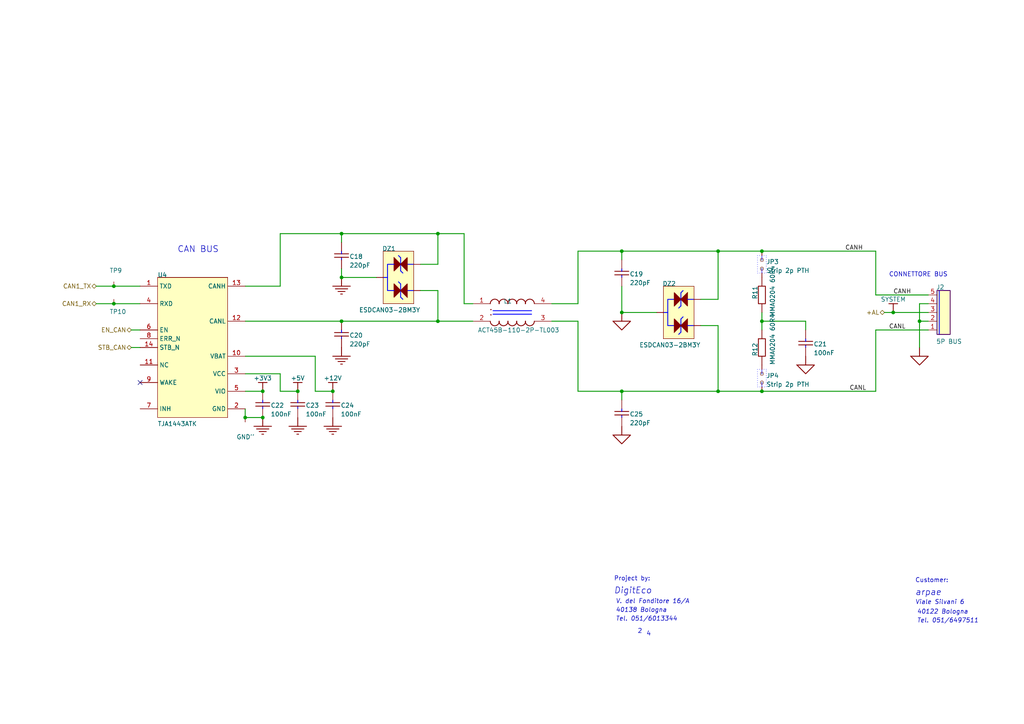
<source format=kicad_sch>
(kicad_sch (version 20230121) (generator eeschema)
  (paper "A4")
  (title_block (title "Stima V4 Power") (rev "1.1"))
  (lib_symbols
    (symbol "Stima V4 Power R1_1-altium-import:+12V" (power)
      (property "Reference" "#PWR" (at 0 0 0))
      (property "Value" "+12V" (at 0 3.81 0))
      (symbol "+12V_0_0"
        (polyline (pts (xy -1.27 -2.54) (xy 1.27 -2.54)) (stroke (width 0.254)))
        (polyline (pts (xy 0 0) (xy 0 -2.54)) (stroke (width 0.254)))
        (pin power_in line (at 0 0 0) (length 0) hide (name "+12V") (number ""))
      )
    )
    (symbol "Stima V4 Power R1_1-altium-import:+3V3" (power)
      (property "Reference" "#PWR" (at 0 0 0))
      (property "Value" "+3V3" (at 0 3.81 0))
      (symbol "+3V3_0_0"
        (polyline (pts (xy -1.27 -2.54) (xy 1.27 -2.54)) (stroke (width 0.254)))
        (polyline (pts (xy 0 0) (xy 0 -2.54)) (stroke (width 0.254)))
        (pin power_in line (at 0 0 0) (length 0) hide (name "+3V3") (number ""))
      )
    )
    (symbol "Stima V4 Power R1_1-altium-import:+5V" (power)
      (property "Reference" "#PWR" (at 0 0 0))
      (property "Value" "+5V" (at 0 3.81 0))
      (symbol "+5V_0_0"
        (polyline (pts (xy -1.27 -2.54) (xy 1.27 -2.54)) (stroke (width 0.254)))
        (polyline (pts (xy 0 0) (xy 0 -2.54)) (stroke (width 0.254)))
        (pin power_in line (at 0 0 0) (length 0) hide (name "+5V") (number ""))
      )
    )
    (symbol "Stima V4 Power R1_1-altium-import:EGND" (power)
      (property "Reference" "#PWR" (at 0 0 0))
      (property "Value" "EGND" (at 0 6.35 0))
      (symbol "EGND_0_0"
        (polyline (pts (xy 0 0) (xy 0 -2.54)) (stroke (width 0.254)))
        (polyline (pts (xy -2.54 -2.54) (xy 2.54 -2.54) (xy 0 -5.08) (xy -2.54 -2.54)) (stroke (width 0.254)))
        (pin power_in line (at 0 0 0) (length 0) hide (name "EGND") (number ""))
      )
    )
    (symbol "Stima V4 Power R1_1-altium-import:GND" (power)
      (property "Reference" "#PWR" (at 0 0 0))
      (property "Value" "GND" (at 0 6.35 0))
      (symbol "GND_0_0"
        (polyline (pts (xy -2.54 -2.54) (xy 2.54 -2.54)) (stroke (width 0.254)))
        (polyline (pts (xy -1.778 -3.302) (xy 1.778 -3.302)) (stroke (width 0.254)))
        (polyline (pts (xy -1.016 -4.064) (xy 1.016 -4.064)) (stroke (width 0.254)))
        (polyline (pts (xy -0.254 -4.826) (xy 0.254 -4.826)) (stroke (width 0.254)))
        (polyline (pts (xy 0 0) (xy 0 -2.54)) (stroke (width 0.254)))
        (pin power_in line (at 0 0 0) (length 0) hide (name "GND") (number ""))
      )
    )
    (symbol "Stima V4 Power R1_1-altium-import:SYSTEM" (power)
      (property "Reference" "#PWR" (at 0 0 0))
      (property "Value" "SYSTEM" (at 0 3.81 0))
      (symbol "SYSTEM_0_0"
        (polyline (pts (xy -1.27 -2.54) (xy 1.27 -2.54)) (stroke (width 0.254)))
        (polyline (pts (xy 0 0) (xy 0 -2.54)) (stroke (width 0.254)))
        (pin power_in line (at 0 0 0) (length 0) hide (name "SYSTEM") (number ""))
      )
    )
    (symbol "Stima V4 Power R1_1-altium-import:root_0_ACT45B TDK"
      (symbol "root_0_ACT45B TDK_1_0"
        (polyline (pts (xy 5.842 -3.048) (xy 17.018 -3.048)) (stroke (width 0.254) (color 0 0 255 1)))
        (polyline (pts (xy 5.842 -2.032) (xy 17.018 -2.032)) (stroke (width 0.254) (color 0 0 255 1)))
        (arc (start 5.0421 -5.0955) (mid 6.3606 -6.3879) (end 7.658 -5.0743) (stroke (width 0.254)))
        (arc (start 7.5821 -5.0955) (mid 8.9006 -6.3879) (end 10.198 -5.0743) (stroke (width 0.254)))
        (arc (start 7.6579 0.0155) (mid 6.3394 1.3079) (end 5.042 -0.0057) (stroke (width 0.254)))
        (arc (start 10.1221 -5.0955) (mid 11.4406 -6.3879) (end 12.738 -5.0743) (stroke (width 0.254)))
        (arc (start 10.1979 0.0155) (mid 8.8794 1.3079) (end 7.582 -0.0057) (stroke (width 0.254)))
        (arc (start 12.6621 -5.0955) (mid 13.9806 -6.3879) (end 15.278 -5.0743) (stroke (width 0.254)))
        (arc (start 12.7379 0.0155) (mid 11.4194 1.3079) (end 10.122 -0.0057) (stroke (width 0.254)))
        (arc (start 15.2021 -5.0955) (mid 16.5206 -6.3879) (end 17.818 -5.0743) (stroke (width 0.254)))
        (arc (start 15.2779 0.0155) (mid 13.9594 1.3079) (end 12.662 -0.0057) (stroke (width 0.254)))
        (arc (start 17.8179 0.0155) (mid 16.4994 1.3079) (end 15.202 -0.0057) (stroke (width 0.254)))
        (text "." (at 5.588 -3.81 900) (effects (font (size 2.032 2.032)) (justify left bottom)))
        (text "." (at 5.588 -2.286 900) (effects (font (size 2.032 2.032)) (justify left bottom)))
        (pin passive line (at 0 0 0) (length 5.08) (name "1") (number "1"))
        (pin passive line (at 0 -5.08 0) (length 5.08) (name "2") (number "2"))
        (pin passive line (at 22.86 -5.08 180) (length 5.08) (name "3") (number "3"))
        (pin passive line (at 22.86 0 180) (length 5.08) (name "4") (number "4"))
      )
    )
    (symbol "Stima V4 Power R1_1-altium-import:root_0_C0603"
      (symbol "root_0_C0603_1_0"
        (polyline (pts (xy -2.032 -0.762) (xy 2.032 -0.762)) (stroke (width 0.254)))
        (polyline (pts (xy 0 -2.54) (xy 0 -1.778)) (stroke (width 0.254) (color 0 0 255 1)))
        (polyline (pts (xy 0 0) (xy 0 -0.762)) (stroke (width 0.254) (color 0 0 255 1)))
        (polyline (pts (xy 2.032 -1.778) (xy -2.032 -1.778)) (stroke (width 0.254)))
        (pin passive line (at 0 2.54 270) (length 2.54) (name "1") (number "1"))
        (pin passive line (at 0 -5.08 90) (length 2.54) (name "2") (number "2"))
      )
    )
    (symbol "Stima V4 Power R1_1-altium-import:root_0_JUMP1"
      (symbol "root_0_JUMP1_1_0"
        (polyline (pts (xy 1.27 -3.81) (xy 1.27 -5.08)) (stroke (width 0) (color 0 0 255 1)))
        (polyline (pts (xy 1.27 -1.27) (xy 1.27 0)) (stroke (width 0) (color 0 0 255 1)))
        (polyline (pts (xy 2.54 0) (xy 0 0) (xy 0 -5.08) (xy 2.54 -5.08) (xy 2.54 0)) (stroke (width 0) (type dot) (color 0 0 255 1)))
        (circle (center 1.27 -3.81) (radius 0.508) (stroke (width 0.0001)) (fill (type color) (color 192 192 192 1)))
        (circle (center 1.27 -1.27) (radius 0.508) (stroke (width 0.0001)) (fill (type color) (color 192 192 192 1)))
        (pin passive line (at 1.27 1.27 270) (length 1.27) (name "") (number "1"))
        (pin passive line (at 1.27 -6.35 90) (length 1.27) (name "") (number "2"))
      )
    )
    (symbol "Stima V4 Power R1_1-altium-import:root_0_TJA1443A"
      (symbol "root_0_TJA1443A_1_0"
        (rectangle (start 20.32 0) (end 0 -40.64) (fill (type background)))
        (rectangle (start 20.32 0) (end 0 0) (fill (type background)))
        (pin passive line (at -5.08 -2.54 0) (length 5.08) (name "TXD") (number "1"))
        (pin power_in line (at 25.4 -22.86 180) (length 5.08) (name "VBAT") (number "10"))
        (pin passive line (at -5.08 -25.4 0) (length 5.08) (name "NC") (number "11"))
        (pin passive line (at 25.4 -12.7 180) (length 5.08) (name "CANL") (number "12"))
        (pin passive line (at 25.4 -2.54 180) (length 5.08) (name "CANH") (number "13"))
        (pin input line (at -5.08 -20.32 0) (length 5.08) (name "STB_N") (number "14"))
        (pin power_in line (at 25.4 -38.1 180) (length 5.08) (name "GND") (number "2"))
        (pin power_in line (at 25.4 -27.94 180) (length 5.08) (name "VCC") (number "3"))
        (pin passive line (at -5.08 -7.62 0) (length 5.08) (name "RXD") (number "4"))
        (pin power_in line (at 25.4 -33.02 180) (length 5.08) (name "VIO") (number "5"))
        (pin input line (at -5.08 -15.24 0) (length 5.08) (name "EN") (number "6"))
        (pin passive line (at -5.08 -38.1 0) (length 5.08) (name "INH") (number "7"))
        (pin output line (at -5.08 -17.78 0) (length 5.08) (name "ERR_N") (number "8"))
        (pin passive line (at -5.08 -30.48 0) (length 5.08) (name "WAKE") (number "9"))
      )
    )
    (symbol "Stima V4 Power R1_1-altium-import:root_1_Res Melf"
      (symbol "root_1_Res Melf_1_0"
        (rectangle (start 3.556 5.08) (end 1.524 0) (stroke (width 0.254)))
        (pin passive line (at 2.54 -2.54 90) (length 2.54) (name "1") (number "1"))
        (pin passive line (at 2.54 7.62 270) (length 2.54) (name "2") (number "2"))
      )
    )
    (symbol "Stima V4 Power R1_1-altium-import:root_1_TestPoint"
      (symbol "root_1_TestPoint_1_0"
        (pin passive line (at 1.27 -1.27 90) (length 1.27) (name "") (number "1"))
      )
    )
    (symbol "Stima V4 Power R1_1-altium-import:root_1_mirrored_Transil bidirez doppio ESDCAN"
      (symbol "root_1_mirrored_Transil bidirez doppio ESDCAN_1_0"
        (polyline (pts (xy -5.715 3.81) (xy -4.445 3.81)) (stroke (width 0.254) (color 0 0 255 1)))
        (polyline (pts (xy -0.635 -1.905) (xy 0 -2.54)) (stroke (width 0.254) (color 0 0 255 1)))
        (polyline (pts (xy -0.635 1.905) (xy -1.27 2.54)) (stroke (width 0.254) (color 0 0 255 1)))
        (polyline (pts (xy -0.635 1.905) (xy -0.635 -1.905)) (stroke (width 0.254) (color 0 0 255 1)))
        (polyline (pts (xy -0.635 5.715) (xy 0 5.08)) (stroke (width 0.254) (color 0 0 255 1)))
        (polyline (pts (xy -0.635 9.525) (xy -1.27 10.16)) (stroke (width 0.254) (color 0 0 255 1)))
        (polyline (pts (xy -0.635 9.525) (xy -0.635 5.715)) (stroke (width 0.254) (color 0 0 255 1)))
        (polyline (pts (xy 1.27 0) (xy 3.175 0)) (stroke (width 0.254) (color 0 0 255 1)))
        (polyline (pts (xy 1.27 7.62) (xy 3.175 7.62)) (stroke (width 0.254) (color 0 0 255 1)))
        (polyline (pts (xy -2.54 0) (xy -4.445 0) (xy -4.445 7.62) (xy -2.54 7.62)) (stroke (width 0.254) (color 0 0 255 1)))
        (polyline (pts (xy -2.54 1.905) (xy -0.635 0) (xy -2.54 -1.905) (xy -2.54 1.905)) (stroke (width 0.254)) (fill (type outline)))
        (polyline (pts (xy -2.54 9.525) (xy -0.635 7.62) (xy -2.54 5.715) (xy -2.54 9.525)) (stroke (width 0.254)) (fill (type outline)))
        (polyline (pts (xy 1.27 -1.905) (xy -0.635 0) (xy 1.27 1.905) (xy 1.27 -1.905)) (stroke (width 0.254)) (fill (type outline)))
        (polyline (pts (xy 1.27 5.715) (xy -0.635 7.62) (xy 1.27 9.525) (xy 1.27 5.715)) (stroke (width 0.254)) (fill (type outline)))
        (rectangle (start 3.175 11.43) (end -5.715 -3.81) (fill (type background)))
        (pin passive line (at 5.08 0 180) (length 1.905) (name "A/K") (number "1"))
        (pin passive line (at 5.08 7.62 180) (length 1.905) (name "A/K") (number "2"))
        (pin passive line (at -7.62 3.81 0) (length 1.905) (name "A/K") (number "3"))
      )
    )
    (symbol "Stima V4 Power R1_1-altium-import:root_2_C0603"
      (symbol "root_2_C0603_1_0"
        (polyline (pts (xy -2.032 1.778) (xy 2.032 1.778)) (stroke (width 0.254)))
        (polyline (pts (xy 0 0) (xy 0 0.762)) (stroke (width 0.254) (color 0 0 255 1)))
        (polyline (pts (xy 0 2.54) (xy 0 1.778)) (stroke (width 0.254) (color 0 0 255 1)))
        (polyline (pts (xy 2.032 0.762) (xy -2.032 0.762)) (stroke (width 0.254)))
        (pin passive line (at 0 -2.54 90) (length 2.54) (name "1") (number "1"))
        (pin passive line (at 0 5.08 270) (length 2.54) (name "2") (number "2"))
      )
    )
    (symbol "Stima V4 Power R1_1-altium-import:root_2_mirrored_Mors 5p px"
      (symbol "root_2_mirrored_Mors 5p px_1_0"
        (polyline (pts (xy 0.635 0) (xy 0.635 12.7)) (stroke (width 0.254) (color 0 0 255 1)))
        (polyline (pts (xy 0 12.7) (xy 0 0) (xy 3.81 0) (xy 3.81 12.7) (xy 0 12.7)) (stroke (width 0.254) (color 0 0 255 1)))
        (rectangle (start 3.81 12.7) (end 0 0) (fill (type background)))
        (pin passive line (at -2.54 1.27 0) (length 2.54) (name "1") (number "1"))
        (pin passive line (at -2.54 3.81 0) (length 2.54) (name "2") (number "2"))
        (pin passive line (at -2.54 6.35 0) (length 2.54) (name "3") (number "3"))
        (pin passive line (at -2.54 8.89 0) (length 2.54) (name "4") (number "4"))
        (pin passive line (at -2.54 11.43 0) (length 2.54) (name "5") (number "5"))
      )
    )
    (symbol "Stima V4 Power R1_1-altium-import:root_3_TestPoint"
      (symbol "root_3_TestPoint_1_0"
        (pin passive line (at -1.27 1.27 270) (length 1.27) (name "") (number "1"))
      )
    )
    (symbol "Stima V4 Power R1_1-altium-import:root_3_Transil bidirez doppio ESDCAN"
      (symbol "root_3_Transil bidirez doppio ESDCAN_1_0"
        (polyline (pts (xy -5.715 -3.81) (xy -4.445 -3.81)) (stroke (width 0.254) (color 0 0 255 1)))
        (polyline (pts (xy -0.635 -9.525) (xy -1.27 -10.16)) (stroke (width 0.254) (color 0 0 255 1)))
        (polyline (pts (xy -0.635 -9.525) (xy -0.635 -5.715)) (stroke (width 0.254) (color 0 0 255 1)))
        (polyline (pts (xy -0.635 -5.715) (xy 0 -5.08)) (stroke (width 0.254) (color 0 0 255 1)))
        (polyline (pts (xy -0.635 -1.905) (xy -1.27 -2.54)) (stroke (width 0.254) (color 0 0 255 1)))
        (polyline (pts (xy -0.635 -1.905) (xy -0.635 1.905)) (stroke (width 0.254) (color 0 0 255 1)))
        (polyline (pts (xy -0.635 1.905) (xy 0 2.54)) (stroke (width 0.254) (color 0 0 255 1)))
        (polyline (pts (xy 1.27 -7.62) (xy 3.175 -7.62)) (stroke (width 0.254) (color 0 0 255 1)))
        (polyline (pts (xy 1.27 0) (xy 3.175 0)) (stroke (width 0.254) (color 0 0 255 1)))
        (polyline (pts (xy -2.54 -9.525) (xy -0.635 -7.62) (xy -2.54 -5.715) (xy -2.54 -9.525)) (stroke (width 0.254)) (fill (type outline)))
        (polyline (pts (xy -2.54 -1.905) (xy -0.635 0) (xy -2.54 1.905) (xy -2.54 -1.905)) (stroke (width 0.254)) (fill (type outline)))
        (polyline (pts (xy -2.54 0) (xy -4.445 0) (xy -4.445 -7.62) (xy -2.54 -7.62)) (stroke (width 0.254) (color 0 0 255 1)))
        (polyline (pts (xy 1.27 -5.715) (xy -0.635 -7.62) (xy 1.27 -9.525) (xy 1.27 -5.715)) (stroke (width 0.254)) (fill (type outline)))
        (polyline (pts (xy 1.27 1.905) (xy -0.635 0) (xy 1.27 -1.905) (xy 1.27 1.905)) (stroke (width 0.254)) (fill (type outline)))
        (rectangle (start 3.175 3.81) (end -5.715 -11.43) (fill (type background)))
        (pin passive line (at 5.08 0 180) (length 1.905) (name "A/K") (number "1"))
        (pin passive line (at 5.08 -7.62 180) (length 1.905) (name "A/K") (number "2"))
        (pin passive line (at -7.62 -3.81 0) (length 1.905) (name "A/K") (number "3"))
      )
    )
  )
  (junction (at 33.02 88.0872))
  (junction (at 33.02 83.0072))
  (junction (at 127 93.1672))
  (junction (at 99.06 67.7672))
  (junction (at 99.06 80.4672))
  (junction (at 208.28 113.4872))
  (junction (at 76.2 121.1072))
  (junction (at 266.7 93.1672))
  (junction (at 71.12 121.1072))
  (junction (at 220.98 113.4872))
  (junction (at 180.34 72.8472))
  (junction (at 180.34 113.4872))
  (junction (at 86.36 113.4872))
  (junction (at 220.98 93.1672))
  (junction (at 180.34 90.6272))
  (junction (at 99.06 93.1672))
  (junction (at 127 67.7672))
  (junction (at 220.98 72.8472))
  (junction (at 259.08 90.6272))
  (junction (at 96.52 113.4872))
  (junction (at 76.2 113.4872))
  (junction (at 208.28 72.8472))
  (no_connect (at 40.64 110.9472))
  (wire (pts (xy 27.94 83.0072) (xy 33.02 83.0072)) (stroke (width 0.254)))
  (wire (pts (xy 81.28 113.4872) (xy 86.36 113.4872)) (stroke (width 0.254)))
  (wire (pts (xy 121.92 84.2772) (xy 127 84.2772)) (stroke (width 0.254)))
  (wire (pts (xy 266.7 93.1672) (xy 266.7 88.0872)) (stroke (width 0.254)))
  (wire (pts (xy 220.98 93.1672) (xy 220.98 90.6272)) (stroke (width 0.254)))
  (wire (pts (xy 33.02 88.0872) (xy 40.64 88.0872)) (stroke (width 0.254)))
  (wire (pts (xy 167.64 72.8472) (xy 180.34 72.8472)) (stroke (width 0.254)))
  (wire (pts (xy 71.12 108.4072) (xy 81.28 108.4072)) (stroke (width 0.254)))
  (wire (pts (xy 180.34 72.8472) (xy 208.28 72.8472)) (stroke (width 0.254)))
  (wire (pts (xy 127 93.1672) (xy 137.16 93.1672)) (stroke (width 0.254)))
  (wire (pts (xy 134.62 67.7672) (xy 134.62 88.0872)) (stroke (width 0.254)))
  (wire (pts (xy 220.98 93.1672) (xy 233.68 93.1672)) (stroke (width 0.254)))
  (wire (pts (xy 254 72.8472) (xy 254 85.5472)) (stroke (width 0.254)))
  (wire (pts (xy 167.64 113.4872) (xy 180.34 113.4872)) (stroke (width 0.254)))
  (wire (pts (xy 180.34 72.8472) (xy 180.34 75.3872)) (stroke (width 0.254)))
  (wire (pts (xy 269.24 93.1672) (xy 266.7 93.1672)) (stroke (width 0.254)))
  (wire (pts (xy 91.44 113.4872) (xy 96.52 113.4872)) (stroke (width 0.254)))
  (wire (pts (xy 91.44 103.3272) (xy 91.44 113.4872)) (stroke (width 0.254)))
  (wire (pts (xy 208.28 94.4372) (xy 203.2 94.4372)) (stroke (width 0.254)))
  (wire (pts (xy 167.64 88.0872) (xy 167.64 72.8472)) (stroke (width 0.254)))
  (wire (pts (xy 220.98 72.8472) (xy 254 72.8472)) (stroke (width 0.254)))
  (wire (pts (xy 208.28 72.8472) (xy 220.98 72.8472)) (stroke (width 0.254)))
  (wire (pts (xy 160.02 93.1672) (xy 167.64 93.1672)) (stroke (width 0.254)))
  (wire (pts (xy 220.98 95.7072) (xy 220.98 93.1672)) (stroke (width 0.254)))
  (wire (pts (xy 71.12 83.0072) (xy 81.28 83.0072)) (stroke (width 0.254)))
  (wire (pts (xy 121.92 76.6572) (xy 127 76.6572)) (stroke (width 0.254)))
  (wire (pts (xy 266.7 100.7872) (xy 266.7 93.1672)) (stroke (width 0.254)))
  (wire (pts (xy 71.12 113.4872) (xy 76.2 113.4872)) (stroke (width 0.254)))
  (wire (pts (xy 256.54 90.6272) (xy 259.08 90.6272)) (stroke (width 0.254)))
  (wire (pts (xy 254 113.4872) (xy 254 95.7072)) (stroke (width 0.254)))
  (wire (pts (xy 134.62 88.0872) (xy 137.16 88.0872)) (stroke (width 0.254)))
  (wire (pts (xy 220.98 113.4872) (xy 254 113.4872)) (stroke (width 0.254)))
  (wire (pts (xy 38.1 95.7072) (xy 40.64 95.7072)) (stroke (width 0.254)))
  (wire (pts (xy 127 84.2772) (xy 127 93.1672)) (stroke (width 0.254)))
  (wire (pts (xy 208.28 72.8472) (xy 208.28 86.8172)) (stroke (width 0.254)))
  (wire (pts (xy 71.12 103.3272) (xy 91.44 103.3272)) (stroke (width 0.254)))
  (wire (pts (xy 127 76.6572) (xy 127 67.7672)) (stroke (width 0.254)))
  (wire (pts (xy 208.28 113.4872) (xy 220.98 113.4872)) (stroke (width 0.254)))
  (wire (pts (xy 180.34 90.6272) (xy 180.34 83.0072)) (stroke (width 0.254)))
  (wire (pts (xy 160.02 88.0872) (xy 167.64 88.0872)) (stroke (width 0.254)))
  (wire (pts (xy 71.12 121.1072) (xy 76.2 121.1072)) (stroke (width 0.254)))
  (wire (pts (xy 208.28 113.4872) (xy 208.28 94.4372)) (stroke (width 0.254)))
  (wire (pts (xy 33.02 83.0072) (xy 40.64 83.0072)) (stroke (width 0.254)))
  (wire (pts (xy 180.34 116.0272) (xy 180.34 113.4872)) (stroke (width 0.254)))
  (wire (pts (xy 233.68 93.1672) (xy 233.68 95.7072)) (stroke (width 0.254)))
  (wire (pts (xy 81.28 67.7672) (xy 99.06 67.7672)) (stroke (width 0.254)))
  (wire (pts (xy 180.34 113.4872) (xy 208.28 113.4872)) (stroke (width 0.254)))
  (wire (pts (xy 254 85.5472) (xy 269.24 85.5472)) (stroke (width 0.254)))
  (wire (pts (xy 180.34 90.6272) (xy 190.5 90.6272)) (stroke (width 0.254)))
  (wire (pts (xy 99.06 93.1672) (xy 127 93.1672)) (stroke (width 0.254)))
  (wire (pts (xy 167.64 93.1672) (xy 167.64 113.4872)) (stroke (width 0.254)))
  (wire (pts (xy 259.08 90.6272) (xy 269.24 90.6272)) (stroke (width 0.254)))
  (wire (pts (xy 254 95.7072) (xy 269.24 95.7072)) (stroke (width 0.254)))
  (wire (pts (xy 99.06 67.7672) (xy 127 67.7672)) (stroke (width 0.254)))
  (wire (pts (xy 99.06 67.7672) (xy 99.06 70.3072)) (stroke (width 0.254)))
  (wire (pts (xy 71.12 118.5672) (xy 71.12 121.1072)) (stroke (width 0.254)))
  (wire (pts (xy 27.94 88.0872) (xy 33.02 88.0872)) (stroke (width 0.254)))
  (wire (pts (xy 127 67.7672) (xy 134.62 67.7672)) (stroke (width 0.254)))
  (wire (pts (xy 109.22 80.4672) (xy 99.06 80.4672)) (stroke (width 0.254)))
  (wire (pts (xy 208.28 86.8172) (xy 203.2 86.8172)) (stroke (width 0.254)))
  (wire (pts (xy 81.28 108.4072) (xy 81.28 113.4872)) (stroke (width 0.254)))
  (wire (pts (xy 81.28 83.0072) (xy 81.28 67.7672)) (stroke (width 0.254)))
  (wire (pts (xy 38.1 100.7872) (xy 40.64 100.7872)) (stroke (width 0.254)))
  (wire (pts (xy 99.06 80.4672) (xy 99.06 77.9272)) (stroke (width 0.254)))
  (wire (pts (xy 266.7 88.0872) (xy 269.24 88.0872)) (stroke (width 0.254)))
  (wire (pts (xy 71.12 93.1672) (xy 99.06 93.1672)) (stroke (width 0.254)))
  (text "Viale Silvani 6" (at 265.43 175.514 0) (effects (font (size 1.27 1.27) italic) (justify left bottom)))
  (text "V. del Fonditore 16/A" (at 178.562 175.26 0) (effects (font (size 1.27 1.27) italic) (justify left bottom)))
  (text "Tel. 051/6013344" (at 178.562 180.34 0) (effects (font (size 1.27 1.27) italic) (justify left bottom)))
  (text "40122 Bologna" (at 265.938 178.308 0) (effects (font (size 1.27 1.27) italic) (justify left bottom)))
  (text "CONNETTORE BUS" (at 257.81 80.4672 0) (effects (font (size 1.27 1.27)) (justify left bottom)))
  (text "DigitEco" (at 178.054 172.466 0) (effects (font (size 1.778 1.778) italic) (justify left bottom)))
  (text "Customer:" (at 265.43 169.164 0) (effects (font (size 1.27 1.27)) (justify left bottom)))
  (text "2" (at 184.912 183.896 0) (effects (font (size 1.27 1.27)) (justify left bottom)))
  (text "Project by:" (at 178.054 168.656 0) (effects (font (size 1.27 1.27)) (justify left bottom)))
  (text "4" (at 187.452 184.658 0) (effects (font (size 1.27 1.27)) (justify left bottom)))
  (text "Tel. 051/6497511" (at 265.938 180.848 0) (effects (font (size 1.27 1.27) italic) (justify left bottom)))
  (text "40138 Bologna" (at 178.562 177.8 0) (effects (font (size 1.27 1.27) italic) (justify left bottom)))
  (text "arpae" (at 265.43 172.974 0) (effects (font (size 1.778 1.778) italic) (justify left bottom)))
  (text "CAN BUS" (at 51.435 73.4822 0) (effects (font (size 1.778 1.778)) (justify left bottom)))
  (label "CANL" (at 246.38 113.4872 180))
  (label "CANH" (at 259.08 85.5472 180))
  (label "CANH" (at 245.11 72.8472 180))
  (label "CANL" (at 257.81 95.7072 180))
  (hierarchical_label "STB_CAN" (shape bidirectional) (at 38.1 100.7872 180))
  (hierarchical_label "+AL" (shape bidirectional) (at 256.54 90.6272 180))
  (hierarchical_label "CAN1_TX" (shape bidirectional) (at 27.94 83.0072 180))
  (hierarchical_label "EN_CAN" (shape bidirectional) (at 38.1 95.7072 180))
  (hierarchical_label "CAN1_RX" (shape bidirectional) (at 27.94 88.0872 180))
  (symbol (lib_id "Stima V4 Power R1_1-altium-import:root_0_JUMP1") (at 219.71 107.1372 0) (unit 1)
    (property "Reference" "JP4" (at 222.25 109.6772 0) (effects (justify left bottom)))
    (property "Value" "Strip 2p PTH" (at 222.25 112.2172 0) (effects (justify left bottom)))
    (property "Footprint" "STRIP2P" (effects hide))
    (property "PACKAGE REFERENCE" "PTH" (effects hide))
  )
  (symbol (lib_id "Stima V4 Power R1_1-altium-import:GND") (at 99.06 80.4672 0) (unit 1)
    (property "Reference" "#PWR?" (effects hide))
    (property "Value" "GND" (effects hide))
  )
  (symbol (lib_id "Stima V4 Power R1_1-altium-import:root_1_mirrored_Transil bidirez doppio ESDCAN") (at 116.84 84.2772 0) (unit 1)
    (property "Reference" "DZ1" (at 110.871 72.8472 0) (effects (justify left bottom)))
    (property "Value" "ESDCAN03-2BM3Y" (at 104.14 90.6272 0) (effects (justify left bottom)))
    (property "Footprint" "QFN-3L-DFN1110-MIO" (effects hide))
    (property "PACKAGE REFERENCE" "QFN-3L also called DFN1110" (effects hide))
  )
  (symbol (lib_id "Stima V4 Power R1_1-altium-import:EGND") (at 233.68 103.3272 0) (unit 1)
    (property "Reference" "#PWR?" (effects hide))
    (property "Value" "EGND" (effects hide))
  )
  (symbol (lib_id "Stima V4 Power R1_1-altium-import:EGND") (at 180.34 123.6472 0) (unit 1)
    (property "Reference" "#PWR?" (effects hide))
    (property "Value" "EGND" (effects hide))
  )
  (symbol (lib_id "Stima V4 Power R1_1-altium-import:root_2_C0603") (at 180.34 121.1072 0) (unit 1)
    (property "Reference" "C25" (at 182.626 120.8532 0) (effects (justify left bottom)))
    (property "Value" "220pF" (at 182.626 123.3932 0) (effects (justify left bottom)))
    (property "Footprint" "0603" (effects hide))
    (property "PACKAGE REFERENCE" "0603" (effects hide))
    (property "TYPE" "Multistrato X5R/X7R" (effects hide))
    (property "ALTIUM_VALUE" "220pF" (effects hide))
    (property "VOLTAGE" "50V" (effects hide))
  )
  (symbol (lib_id "Stima V4 Power R1_1-altium-import:root_0_TJA1443A") (at 45.72 80.4672 0) (unit 1)
    (property "Reference" "U4" (at 45.72 80.4672 0) (effects (justify left bottom)))
    (property "Value" "TJA1443ATK" (at 45.72 123.6472 0) (effects (justify left bottom)))
    (property "Footprint" "HVSON14 MIO" (effects hide))
    (property "PACKAGE REFERENCE" "HVSON14" (effects hide))
    (property "PACKAGE" "AT=SO14" (effects hide))
  )
  (symbol (lib_id "Stima V4 Power R1_1-altium-import:EGND") (at 266.7 100.7872 0) (unit 1)
    (property "Reference" "#PWR?" (effects hide))
    (property "Value" "EGND" (effects hide))
  )
  (symbol (lib_id "Stima V4 Power R1_1-altium-import:GND") (at 76.2 121.1072 0) (unit 1)
    (property "Reference" "#PWR?" (effects hide))
    (property "Value" "GND" (effects hide))
  )
  (symbol (lib_id "Stima V4 Power R1_1-altium-import:GND") (at 96.52 121.1072 0) (unit 1)
    (property "Reference" "#PWR?" (effects hide))
    (property "Value" "GND" (effects hide))
  )
  (symbol (lib_id "Stima V4 Power R1_1-altium-import:root_1_TestPoint") (at 31.75 86.8172 0) (unit 1)
    (property "Reference" "TP10" (at 31.753 91.1352 0) (effects (justify left bottom)))
    (property "Value" "TestPoint" (effects hide))
    (property "Footprint" "TP" (effects hide))
  )
  (symbol (lib_id "Stima V4 Power R1_1-altium-import:root_2_C0603") (at 99.06 98.2472 0) (unit 1)
    (property "Reference" "C20" (at 101.346 97.9932 0) (effects (justify left bottom)))
    (property "Value" "220pF" (at 101.346 100.5332 0) (effects (justify left bottom)))
    (property "Footprint" "0603" (effects hide))
    (property "PACKAGE REFERENCE" "0603" (effects hide))
    (property "TYPE" "Multistrato X5R/X7R" (effects hide))
    (property "ALTIUM_VALUE" "220pF" (effects hide))
    (property "VOLTAGE" "50V" (effects hide))
  )
  (symbol (lib_id "Stima V4 Power R1_1-altium-import:SYSTEM") (at 259.08 90.6272 180) (unit 1)
    (property "Reference" "#PWR?" (effects hide))
    (property "Value" "SYSTEM" (at 259.08 86.8172 0))
  )
  (symbol (lib_id "Stima V4 Power R1_1-altium-import:root_0_JUMP1") (at 219.71 74.1172 0) (unit 1)
    (property "Reference" "JP3" (at 222.25 76.6572 0) (effects (justify left bottom)))
    (property "Value" "Strip 2p PTH" (at 222.25 79.1972 0) (effects (justify left bottom)))
    (property "Footprint" "STRIP2P" (effects hide))
    (property "PACKAGE REFERENCE" "PTH" (effects hide))
  )
  (symbol (lib_id "Stima V4 Power R1_1-altium-import:root_2_mirrored_Mors 5p px") (at 271.78 96.9772 0) (unit 1)
    (property "Reference" "J2" (at 271.526 84.0232 0) (effects (justify left bottom)))
    (property "Value" "5P BUS" (at 271.526 99.7712 0) (effects (justify left bottom)))
    (property "Footprint" "CONTATTI5" (effects hide))
    (property "PACKAGE REFERENCE" "Trad." (effects hide))
    (property "TYPE" "Sauro" (effects hide))
  )
  (symbol (lib_id "Stima V4 Power R1_1-altium-import:root_2_C0603") (at 99.06 75.3872 0) (unit 1)
    (property "Reference" "C18" (at 101.346 75.1332 0) (effects (justify left bottom)))
    (property "Value" "220pF" (at 101.346 77.6732 0) (effects (justify left bottom)))
    (property "Footprint" "0603" (effects hide))
    (property "PACKAGE REFERENCE" "0603" (effects hide))
    (property "TYPE" "Multistrato X5R/X7R" (effects hide))
    (property "ALTIUM_VALUE" "220pF" (effects hide))
    (property "VOLTAGE" "50V" (effects hide))
  )
  (symbol (lib_id "Stima V4 Power R1_1-altium-import:root_3_Transil bidirez doppio ESDCAN") (at 198.12 86.8172 0) (unit 1)
    (property "Reference" "DZ2" (at 192.151 83.0072 0) (effects (justify left bottom)))
    (property "Value" "ESDCAN03-2BM3Y" (at 185.42 100.7872 0) (effects (justify left bottom)))
    (property "Footprint" "QFN-3L-DFN1110-MIO" (effects hide))
    (property "PACKAGE REFERENCE" "QFN-3L also called DFN1110" (effects hide))
  )
  (symbol (lib_id "Stima V4 Power R1_1-altium-import:root_1_TestPoint") (at 31.75 81.7372 0) (unit 1)
    (property "Reference" "TP9" (at 31.75 79.1972 0) (effects (justify left bottom)))
    (property "Value" "TestPoint" (effects hide))
    (property "Footprint" "TP" (effects hide))
  )
  (symbol (lib_id "Stima V4 Power R1_1-altium-import:root_3_TestPoint") (at 72.39 122.3772 0) (unit 1)
    (property "Reference" "GND''" (at 68.58 127.4572 0) (effects (justify left bottom)))
    (property "Value" "TestPoint" (effects hide))
    (property "Footprint" "TP" (effects hide))
  )
  (symbol (lib_id "Stima V4 Power R1_1-altium-import:GND") (at 99.06 100.7872 0) (unit 1)
    (property "Reference" "#PWR?" (effects hide))
    (property "Value" "GND" (effects hide))
  )
  (symbol (lib_id "Stima V4 Power R1_1-altium-import:+12V") (at 96.52 113.4872 180) (unit 1)
    (property "Reference" "#PWR?" (effects hide))
    (property "Value" "+12V" (at 96.52 109.6772 0))
  )
  (symbol (lib_id "Stima V4 Power R1_1-altium-import:GND") (at 86.36 121.1072 0) (unit 1)
    (property "Reference" "#PWR?" (effects hide))
    (property "Value" "GND" (effects hide))
  )
  (symbol (lib_id "Stima V4 Power R1_1-altium-import:EGND") (at 180.34 90.6272 0) (unit 1)
    (property "Reference" "#PWR?" (effects hide))
    (property "Value" "EGND" (effects hide))
  )
  (symbol (lib_id "Stima V4 Power R1_1-altium-import:root_2_C0603") (at 96.52 118.5672 0) (unit 1)
    (property "Reference" "C24" (at 98.806 118.3132 0) (effects (justify left bottom)))
    (property "Value" "100nF" (at 98.806 120.8532 0) (effects (justify left bottom)))
    (property "Footprint" "0603" (effects hide))
    (property "PACKAGE REFERENCE" "0603" (effects hide))
    (property "TYPE" "Multistrato X5R/X7R" (effects hide))
    (property "ALTIUM_VALUE" "100nF" (effects hide))
    (property "VOLTAGE" "50V" (effects hide))
  )
  (symbol (lib_id "Stima V4 Power R1_1-altium-import:root_2_C0603") (at 180.34 80.4672 0) (unit 1)
    (property "Reference" "C19" (at 182.626 80.2132 0) (effects (justify left bottom)))
    (property "Value" "220pF" (at 182.626 82.7532 0) (effects (justify left bottom)))
    (property "Footprint" "0603" (effects hide))
    (property "PACKAGE REFERENCE" "0603" (effects hide))
    (property "TYPE" "Multistrato X5R/X7R" (effects hide))
    (property "ALTIUM_VALUE" "220pF" (effects hide))
    (property "VOLTAGE" "50V" (effects hide))
  )
  (symbol (lib_id "Stima V4 Power R1_1-altium-import:root_0_C0603") (at 76.2 116.0272 0) (unit 1)
    (property "Reference" "C22" (at 78.486 118.3132 0) (effects (justify left bottom)))
    (property "Value" "100nF" (at 78.486 120.8532 0) (effects (justify left bottom)))
    (property "Footprint" "0603" (effects hide))
    (property "PACKAGE REFERENCE" "0603" (effects hide))
    (property "TYPE" "Multistrato X5R/X7R" (effects hide))
    (property "ALTIUM_VALUE" "100nF" (effects hide))
    (property "VOLTAGE" "50V" (effects hide))
  )
  (symbol (lib_id "Stima V4 Power R1_1-altium-import:root_2_C0603") (at 233.68 100.7872 0) (unit 1)
    (property "Reference" "C21" (at 235.966 100.5332 0) (effects (justify left bottom)))
    (property "Value" "100nF" (at 235.966 103.0732 0) (effects (justify left bottom)))
    (property "Footprint" "0603" (effects hide))
    (property "PACKAGE REFERENCE" "0603" (effects hide))
    (property "TYPE" "Multistrato X5R/X7R" (effects hide))
    (property "ALTIUM_VALUE" "100nF" (effects hide))
    (property "VOLTAGE" "50V" (effects hide))
  )
  (symbol (lib_id "Stima V4 Power R1_1-altium-import:root_0_ACT45B TDK") (at 137.16 88.0872 0) (unit 1)
    (property "Reference" "L1" (at 146.05 88.0872 0) (effects (justify left bottom)))
    (property "Value" "ACT45B-110-2P-TL003" (at 138.565 96.4692 0) (effects (justify left bottom)))
    (property "Footprint" "ACT45B TDK-MIO" (effects hide))
    (property "PACKAGE REFERENCE" "SMD" (effects hide))
  )
  (symbol (lib_id "Stima V4 Power R1_1-altium-import:root_1_Res Melf") (at 218.44 103.3272 0) (unit 1)
    (property "Reference" "R12" (at 219.71 103.3272 90) (effects (justify left bottom)))
    (property "Value" "MMA0204 60R4" (at 224.79 105.8672 90) (effects (justify left bottom)))
    (property "Footprint" "MELFRESMMA0204" (effects hide))
    (property "ALTIUM_VALUE" "60R4" (effects hide))
    (property "PRECISION" "1%" (effects hide))
    (property "PACKAGE REFERENCE" "MELF" (effects hide))
    (property "POWER" "0.4W" (effects hide))
  )
  (symbol (lib_id "Stima V4 Power R1_1-altium-import:+3V3") (at 76.2 113.4872 180) (unit 1)
    (property "Reference" "#PWR?" (effects hide))
    (property "Value" "+3V3" (at 76.2 109.6772 0))
  )
  (symbol (lib_id "Stima V4 Power R1_1-altium-import:root_0_C0603") (at 86.36 116.0272 0) (unit 1)
    (property "Reference" "C23" (at 88.646 118.3132 0) (effects (justify left bottom)))
    (property "Value" "100nF" (at 88.646 120.8532 0) (effects (justify left bottom)))
    (property "Footprint" "0603" (effects hide))
    (property "PACKAGE REFERENCE" "0603" (effects hide))
    (property "TYPE" "Multistrato X5R/X7R" (effects hide))
    (property "ALTIUM_VALUE" "100nF" (effects hide))
    (property "VOLTAGE" "50V" (effects hide))
  )
  (symbol (lib_id "Stima V4 Power R1_1-altium-import:root_1_Res Melf") (at 218.44 88.0872 0) (unit 1)
    (property "Reference" "R11" (at 219.71 86.8172 90) (effects (justify left bottom)))
    (property "Value" "MMA0204 60R4" (at 224.79 91.8972 90) (effects (justify left bottom)))
    (property "Footprint" "MELFRESMMA0204" (effects hide))
    (property "ALTIUM_VALUE" "60R4" (effects hide))
    (property "PRECISION" "1%" (effects hide))
    (property "PACKAGE REFERENCE" "MELF" (effects hide))
    (property "POWER" "0.4W" (effects hide))
  )
  (symbol (lib_id "Stima V4 Power R1_1-altium-import:+5V") (at 86.36 113.4872 180) (unit 1)
    (property "Reference" "#PWR?" (effects hide))
    (property "Value" "+5V" (at 86.36 109.6772 0))
  )
)
</source>
